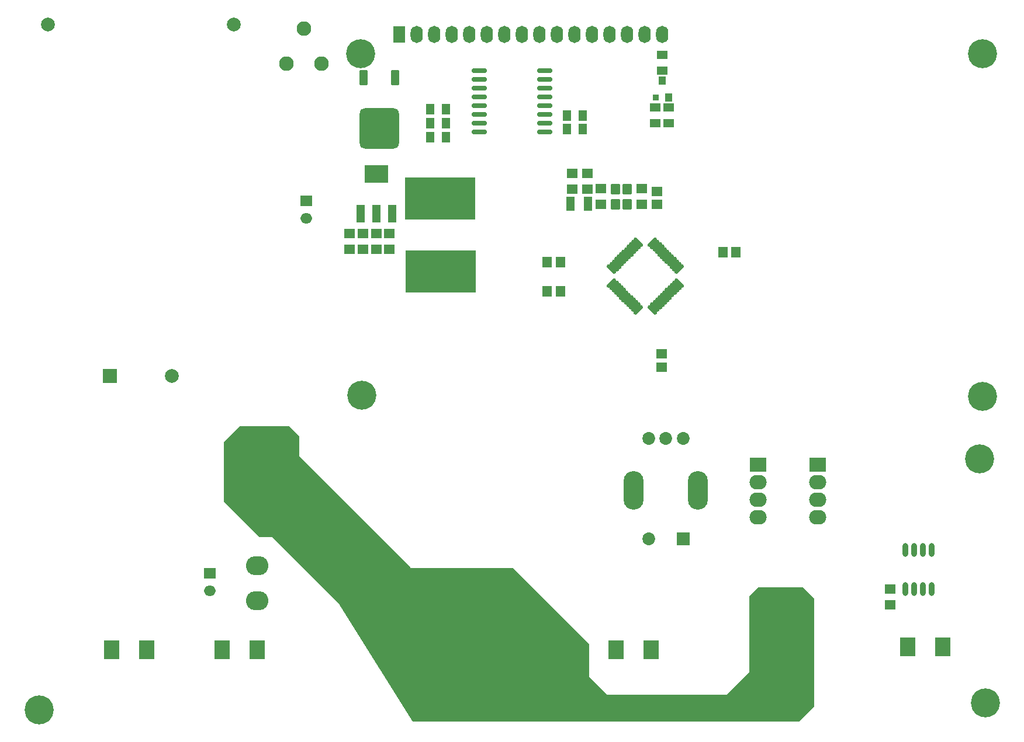
<source format=gbr>
%TF.GenerationSoftware,Altium Limited,Altium Designer,21.3.2 (30)*%
G04 Layer_Color=16711935*
%FSLAX24Y24*%
%MOIN*%
%TF.SameCoordinates,B2232A1B-76E2-43D3-9B88-882A457EFEF9*%
%TF.FilePolarity,Negative*%
%TF.FileFunction,Soldermask,Bot*%
%TF.Part,Single*%
G01*
G75*
%TA.AperFunction,SMDPad,CuDef*%
%ADD48R,0.0354X0.0374*%
%ADD66R,0.4017X0.2442*%
%ADD67R,0.0630X0.0580*%
%ADD68R,0.1379X0.1025*%
%ADD69R,0.0474X0.1025*%
G04:AMPARAMS|DCode=70|XSize=224.5mil|YSize=232.4mil|CornerRadius=31.1mil|HoleSize=0mil|Usage=FLASHONLY|Rotation=0.000|XOffset=0mil|YOffset=0mil|HoleType=Round|Shape=RoundedRectangle|*
%AMROUNDEDRECTD70*
21,1,0.2245,0.1703,0,0,0.0*
21,1,0.1624,0.2324,0,0,0.0*
1,1,0.0621,0.0812,-0.0851*
1,1,0.0621,-0.0812,-0.0851*
1,1,0.0621,-0.0812,0.0851*
1,1,0.0621,0.0812,0.0851*
%
%ADD70ROUNDEDRECTD70*%
G04:AMPARAMS|DCode=71|XSize=47.4mil|YSize=86.7mil|CornerRadius=8.9mil|HoleSize=0mil|Usage=FLASHONLY|Rotation=0.000|XOffset=0mil|YOffset=0mil|HoleType=Round|Shape=RoundedRectangle|*
%AMROUNDEDRECTD71*
21,1,0.0474,0.0689,0,0,0.0*
21,1,0.0295,0.0867,0,0,0.0*
1,1,0.0178,0.0148,-0.0344*
1,1,0.0178,-0.0148,-0.0344*
1,1,0.0178,-0.0148,0.0344*
1,1,0.0178,0.0148,0.0344*
%
%ADD71ROUNDEDRECTD71*%
%ADD72R,0.0474X0.0630*%
%ADD73O,0.0880X0.0297*%
%ADD74R,0.0630X0.0474*%
%ADD75R,0.0434X0.0454*%
%ADD76R,0.0474X0.0789*%
G04:AMPARAMS|DCode=77|XSize=63.1mil|YSize=55.2mil|CornerRadius=9.9mil|HoleSize=0mil|Usage=FLASHONLY|Rotation=90.000|XOffset=0mil|YOffset=0mil|HoleType=Round|Shape=RoundedRectangle|*
%AMROUNDEDRECTD77*
21,1,0.0631,0.0354,0,0,90.0*
21,1,0.0433,0.0552,0,0,90.0*
1,1,0.0198,0.0177,0.0217*
1,1,0.0198,0.0177,-0.0217*
1,1,0.0198,-0.0177,-0.0217*
1,1,0.0198,-0.0177,0.0217*
%
%ADD77ROUNDEDRECTD77*%
%ADD78R,0.0631X0.0552*%
G04:AMPARAMS|DCode=79|XSize=19mil|YSize=69.4mil|CornerRadius=6.8mil|HoleSize=0mil|Usage=FLASHONLY|Rotation=315.000|XOffset=0mil|YOffset=0mil|HoleType=Round|Shape=RoundedRectangle|*
%AMROUNDEDRECTD79*
21,1,0.0190,0.0559,0,0,315.0*
21,1,0.0055,0.0694,0,0,315.0*
1,1,0.0135,-0.0178,-0.0217*
1,1,0.0135,-0.0217,-0.0178*
1,1,0.0135,0.0178,0.0217*
1,1,0.0135,0.0217,0.0178*
%
%ADD79ROUNDEDRECTD79*%
G04:AMPARAMS|DCode=80|XSize=19mil|YSize=69.4mil|CornerRadius=6.8mil|HoleSize=0mil|Usage=FLASHONLY|Rotation=225.000|XOffset=0mil|YOffset=0mil|HoleType=Round|Shape=RoundedRectangle|*
%AMROUNDEDRECTD80*
21,1,0.0190,0.0559,0,0,225.0*
21,1,0.0055,0.0694,0,0,225.0*
1,1,0.0135,-0.0217,0.0178*
1,1,0.0135,-0.0178,0.0217*
1,1,0.0135,0.0217,-0.0178*
1,1,0.0135,0.0178,-0.0217*
%
%ADD80ROUNDEDRECTD80*%
%ADD81R,0.0552X0.0631*%
%ADD82O,0.0316X0.0789*%
%TA.AperFunction,ComponentPad*%
%ADD83R,0.0867X0.1064*%
%ADD84C,0.1655*%
%ADD85O,0.0700X0.0980*%
%ADD86R,0.0700X0.0980*%
%ADD87O,0.0671X0.0592*%
%ADD88R,0.0671X0.0592*%
%ADD89O,0.1280X0.1080*%
%ADD90C,0.0730*%
%ADD91R,0.0730X0.0730*%
%ADD92O,0.1143X0.2206*%
%ADD93R,0.0980X0.0830*%
%ADD94O,0.0980X0.0830*%
%ADD95C,0.0789*%
%ADD96R,0.0789X0.0789*%
%ADD97C,0.0830*%
%TA.AperFunction,ViaPad*%
%ADD98C,0.1655*%
G36*
X15280Y17220D02*
X15830Y16670D01*
Y15520D01*
X22210Y9140D01*
X28040D01*
X32380Y4800D01*
Y2925D01*
X33405Y1900D01*
X40200D01*
X41490Y3190D01*
Y7510D01*
X42010Y8030D01*
X44560D01*
X45220Y7370D01*
X45220Y1240D01*
X44340Y360D01*
X22290D01*
X18060Y7130D01*
X18080D01*
X14320Y10890D01*
X13580D01*
X11530Y12940D01*
Y16300D01*
X12450Y17220D01*
X15280Y17220D01*
D02*
G37*
D48*
X36169Y35999D02*
D03*
D66*
X23881Y30233D02*
D03*
X23920Y26060D02*
D03*
D67*
X20977Y27340D02*
D03*
Y28240D02*
D03*
X20222Y27340D02*
D03*
Y28240D02*
D03*
X19468Y27340D02*
D03*
Y28240D02*
D03*
X18713Y27340D02*
D03*
Y28240D02*
D03*
X32281Y31677D02*
D03*
Y30777D02*
D03*
X33050Y30790D02*
D03*
Y29890D02*
D03*
X35380D02*
D03*
Y30790D02*
D03*
X49550Y7950D02*
D03*
Y7050D02*
D03*
X31411Y30777D02*
D03*
Y31677D02*
D03*
D68*
X20236Y31643D02*
D03*
D69*
X19330Y29360D02*
D03*
X20236D02*
D03*
X21141D02*
D03*
D70*
X20400Y34220D02*
D03*
D71*
X21300Y37133D02*
D03*
X19500Y37133D02*
D03*
D72*
X23319Y33753D02*
D03*
X24219D02*
D03*
X23319Y34553D02*
D03*
X24219D02*
D03*
X23319Y35353D02*
D03*
X24219D02*
D03*
X31989Y34200D02*
D03*
X31089D02*
D03*
X31989Y34973D02*
D03*
X31089D02*
D03*
D73*
X29829Y37553D02*
D03*
Y37053D02*
D03*
Y36553D02*
D03*
Y36053D02*
D03*
Y35553D02*
D03*
Y35053D02*
D03*
Y34553D02*
D03*
Y34053D02*
D03*
X26109Y37553D02*
D03*
Y37053D02*
D03*
Y36553D02*
D03*
Y36053D02*
D03*
Y35553D02*
D03*
Y35053D02*
D03*
Y34553D02*
D03*
Y34053D02*
D03*
D74*
X36547Y38439D02*
D03*
Y37539D02*
D03*
X36134Y35449D02*
D03*
Y34549D02*
D03*
X36917Y34549D02*
D03*
Y35449D02*
D03*
D75*
X36543Y36983D02*
D03*
X36917Y35999D02*
D03*
D76*
X32302Y29930D02*
D03*
X31318D02*
D03*
D77*
X34535Y29917D02*
D03*
Y30783D02*
D03*
X33865D02*
D03*
Y29917D02*
D03*
D78*
X36241Y30652D02*
D03*
Y29904D02*
D03*
X36499Y21356D02*
D03*
Y20608D02*
D03*
D79*
X33651Y25412D02*
D03*
X33790Y25273D02*
D03*
X33929Y25134D02*
D03*
X34068Y24994D02*
D03*
X34208Y24855D02*
D03*
X34347Y24716D02*
D03*
X34486Y24577D02*
D03*
X34625Y24438D02*
D03*
X34764Y24298D02*
D03*
X34904Y24159D02*
D03*
X35043Y24020D02*
D03*
X35182Y23881D02*
D03*
X37509Y26208D02*
D03*
X37370Y26347D02*
D03*
X37231Y26486D02*
D03*
X37092Y26626D02*
D03*
X36952Y26765D02*
D03*
X36813Y26904D02*
D03*
X36674Y27043D02*
D03*
X36535Y27182D02*
D03*
X36396Y27322D02*
D03*
X36256Y27461D02*
D03*
X36117Y27600D02*
D03*
X35978Y27739D02*
D03*
D80*
Y23881D02*
D03*
X36117Y24020D02*
D03*
X36256Y24159D02*
D03*
X36396Y24298D02*
D03*
X36535Y24438D02*
D03*
X36674Y24577D02*
D03*
X36813Y24716D02*
D03*
X36952Y24855D02*
D03*
X37092Y24994D02*
D03*
X37231Y25134D02*
D03*
X37370Y25273D02*
D03*
X37509Y25412D02*
D03*
X35182Y27739D02*
D03*
X35043Y27600D02*
D03*
X34904Y27461D02*
D03*
X34764Y27322D02*
D03*
X34625Y27182D02*
D03*
X34486Y27043D02*
D03*
X34347Y26904D02*
D03*
X34208Y26765D02*
D03*
X34068Y26626D02*
D03*
X33929Y26486D02*
D03*
X33790Y26347D02*
D03*
X33651Y26208D02*
D03*
D81*
X29988Y26611D02*
D03*
X30736D02*
D03*
Y24951D02*
D03*
X29988D02*
D03*
X40752Y27159D02*
D03*
X40004D02*
D03*
D82*
X50410Y10162D02*
D03*
X50910D02*
D03*
X51410D02*
D03*
X51910D02*
D03*
X50410Y7938D02*
D03*
X50910D02*
D03*
X51410D02*
D03*
X51910D02*
D03*
D83*
X13440Y4480D02*
D03*
X11440D02*
D03*
X52550Y4620D02*
D03*
X50550D02*
D03*
X33920Y4480D02*
D03*
X35920D02*
D03*
X5150D02*
D03*
X7150D02*
D03*
D84*
X19340Y38500D02*
D03*
X19390Y19000D02*
D03*
X54790Y38500D02*
D03*
Y18950D02*
D03*
D85*
X36540Y39600D02*
D03*
X35540D02*
D03*
X34540D02*
D03*
X33540D02*
D03*
X32540D02*
D03*
X31540D02*
D03*
X30540D02*
D03*
X29540D02*
D03*
X28540D02*
D03*
X27540D02*
D03*
X26540D02*
D03*
X25540D02*
D03*
X24540D02*
D03*
X23540D02*
D03*
X22540D02*
D03*
D86*
X21540D02*
D03*
D87*
X16240Y29110D02*
D03*
X10750Y7840D02*
D03*
D88*
X16240Y30110D02*
D03*
X10750Y8840D02*
D03*
D89*
X13440Y15770D02*
D03*
Y7270D02*
D03*
Y9270D02*
D03*
Y13770D02*
D03*
D90*
X35756Y10814D02*
D03*
Y16523D02*
D03*
X36740D02*
D03*
X37724D02*
D03*
D91*
Y10814D02*
D03*
D92*
X34909Y13570D02*
D03*
X38571D02*
D03*
D93*
X42000Y15040D02*
D03*
X45410D02*
D03*
D94*
X42000Y14040D02*
D03*
Y13040D02*
D03*
Y12040D02*
D03*
X45410Y14040D02*
D03*
Y13040D02*
D03*
Y12040D02*
D03*
D95*
X8577Y20101D02*
D03*
X1490Y40180D02*
D03*
X12120D02*
D03*
D96*
X5033Y20101D02*
D03*
D97*
X17090Y37930D02*
D03*
X16090Y39930D02*
D03*
X15090Y37930D02*
D03*
D98*
X54960Y1430D02*
D03*
X990Y1040D02*
D03*
X54650Y15370D02*
D03*
%TF.MD5,7c993cd829fb81d2cf042a82794a6097*%
M02*

</source>
